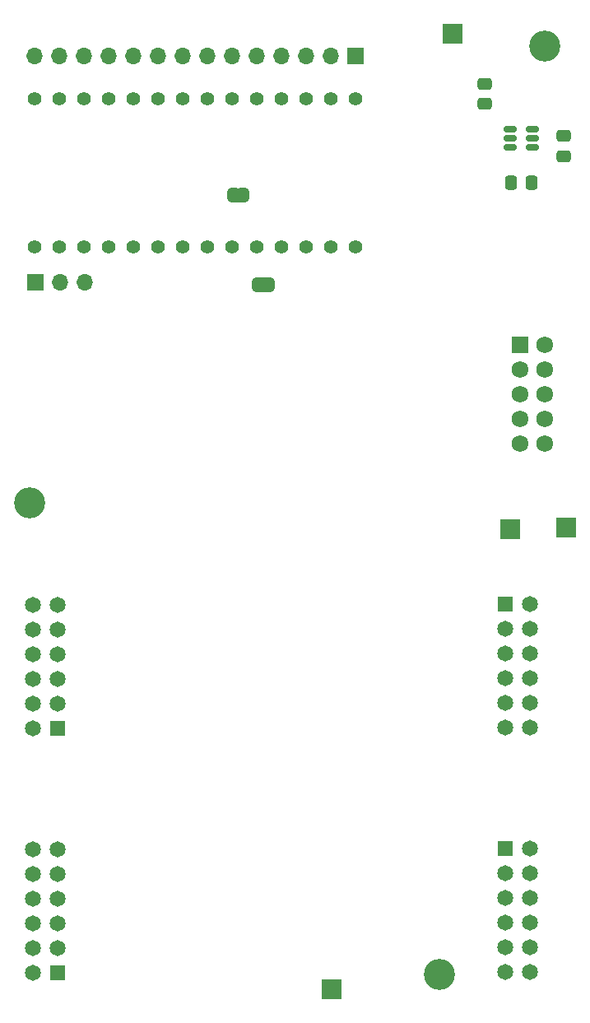
<source format=gbr>
%TF.GenerationSoftware,KiCad,Pcbnew,9.0.0*%
%TF.CreationDate,2025-03-26T11:44:13+11:00*%
%TF.ProjectId,tlv320aic3104 audio rev K twist,746c7633-3230-4616-9963-333130342061,Rev F*%
%TF.SameCoordinates,Original*%
%TF.FileFunction,Soldermask,Bot*%
%TF.FilePolarity,Negative*%
%FSLAX46Y46*%
G04 Gerber Fmt 4.6, Leading zero omitted, Abs format (unit mm)*
G04 Created by KiCad (PCBNEW 9.0.0) date 2025-03-26 11:44:13*
%MOMM*%
%LPD*%
G01*
G04 APERTURE LIST*
G04 Aperture macros list*
%AMRoundRect*
0 Rectangle with rounded corners*
0 $1 Rounding radius*
0 $2 $3 $4 $5 $6 $7 $8 $9 X,Y pos of 4 corners*
0 Add a 4 corners polygon primitive as box body*
4,1,4,$2,$3,$4,$5,$6,$7,$8,$9,$2,$3,0*
0 Add four circle primitives for the rounded corners*
1,1,$1+$1,$2,$3*
1,1,$1+$1,$4,$5*
1,1,$1+$1,$6,$7*
1,1,$1+$1,$8,$9*
0 Add four rect primitives between the rounded corners*
20,1,$1+$1,$2,$3,$4,$5,0*
20,1,$1+$1,$4,$5,$6,$7,0*
20,1,$1+$1,$6,$7,$8,$9,0*
20,1,$1+$1,$8,$9,$2,$3,0*%
%AMFreePoly0*
4,1,23,0.500000,-0.750000,0.000000,-0.750000,0.000000,-0.745722,-0.065263,-0.745722,-0.191342,-0.711940,-0.304381,-0.646677,-0.396677,-0.554381,-0.461940,-0.441342,-0.495722,-0.315263,-0.495722,-0.250000,-0.500000,-0.250000,-0.500000,0.250000,-0.495722,0.250000,-0.495722,0.315263,-0.461940,0.441342,-0.396677,0.554381,-0.304381,0.646677,-0.191342,0.711940,-0.065263,0.745722,0.000000,0.745722,
0.000000,0.750000,0.500000,0.750000,0.500000,-0.750000,0.500000,-0.750000,$1*%
%AMFreePoly1*
4,1,23,0.000000,0.745722,0.065263,0.745722,0.191342,0.711940,0.304381,0.646677,0.396677,0.554381,0.461940,0.441342,0.495722,0.315263,0.495722,0.250000,0.500000,0.250000,0.500000,-0.250000,0.495722,-0.250000,0.495722,-0.315263,0.461940,-0.441342,0.396677,-0.554381,0.304381,-0.646677,0.191342,-0.711940,0.065263,-0.745722,0.000000,-0.745722,0.000000,-0.750000,-0.500000,-0.750000,
-0.500000,0.750000,0.000000,0.750000,0.000000,0.745722,0.000000,0.745722,$1*%
G04 Aperture macros list end*
%ADD10R,2.000000X2.000000*%
%ADD11R,1.700000X1.700000*%
%ADD12O,1.700000X1.700000*%
%ADD13C,3.200000*%
%ADD14R,1.725000X1.725000*%
%ADD15C,1.725000*%
%ADD16R,1.650000X1.650000*%
%ADD17C,1.650000*%
%ADD18C,1.409600*%
%ADD19FreePoly0,180.000000*%
%ADD20FreePoly1,180.000000*%
%ADD21RoundRect,0.250000X0.337500X0.475000X-0.337500X0.475000X-0.337500X-0.475000X0.337500X-0.475000X0*%
%ADD22RoundRect,0.150000X-0.512500X-0.150000X0.512500X-0.150000X0.512500X0.150000X-0.512500X0.150000X0*%
%ADD23RoundRect,0.250000X-0.475000X0.337500X-0.475000X-0.337500X0.475000X-0.337500X0.475000X0.337500X0*%
G04 APERTURE END LIST*
%TO.C,JP3*%
G36*
X28775800Y-26859800D02*
G01*
X28475800Y-26859800D01*
X28475800Y-28359800D01*
X28775800Y-28359800D01*
X28775800Y-26859800D01*
G37*
%TO.C,JP2*%
G36*
X26210400Y-17665000D02*
G01*
X25910400Y-17665000D01*
X25910400Y-19165000D01*
X26210400Y-19165000D01*
X26210400Y-17665000D01*
G37*
%TD*%
D10*
%TO.C,TP3*%
X48056800Y-1803400D03*
%TD*%
%TO.C,TP1*%
X54051200Y-52781200D03*
%TD*%
D11*
%TO.C,J1*%
X5130800Y-27330400D03*
D12*
X7670800Y-27330400D03*
X10210800Y-27330400D03*
%TD*%
D10*
%TO.C,TP4*%
X35610800Y-100050600D03*
%TD*%
D13*
%TO.C,H3*%
X4572000Y-50052200D03*
%TD*%
D14*
%TO.C,POWER1*%
X55000000Y-33756600D03*
D15*
X57540000Y-33756600D03*
X55000000Y-36296600D03*
X57540000Y-36296600D03*
X55000000Y-38836600D03*
X57540000Y-38836600D03*
X55000000Y-41376600D03*
X57540000Y-41376600D03*
X55000000Y-43916600D03*
X57540000Y-43916600D03*
%TD*%
D13*
%TO.C,H2*%
X57607200Y-3073400D03*
%TD*%
D16*
%TO.C,J6*%
X53476000Y-85648800D03*
D17*
X56016000Y-85648800D03*
X53476000Y-88188800D03*
X56016000Y-88188800D03*
X53476000Y-90728800D03*
X56016000Y-90728800D03*
X53476000Y-93268800D03*
X56016000Y-93268800D03*
X53476000Y-95808800D03*
X56016000Y-95808800D03*
X53476000Y-98348800D03*
X56016000Y-98348800D03*
%TD*%
D10*
%TO.C,TP2*%
X59817000Y-52628800D03*
%TD*%
D16*
%TO.C,J5*%
X7467600Y-98374200D03*
D17*
X4927600Y-98374200D03*
X7467600Y-95834200D03*
X4927600Y-95834200D03*
X7467600Y-93294200D03*
X4927600Y-93294200D03*
X7467600Y-90754200D03*
X4927600Y-90754200D03*
X7467600Y-88214200D03*
X4927600Y-88214200D03*
X7467600Y-85674200D03*
X4927600Y-85674200D03*
%TD*%
D16*
%TO.C,J7*%
X7467600Y-73279000D03*
D17*
X4927600Y-73279000D03*
X7467600Y-70739000D03*
X4927600Y-70739000D03*
X7467600Y-68199000D03*
X4927600Y-68199000D03*
X7467600Y-65659000D03*
X4927600Y-65659000D03*
X7467600Y-63119000D03*
X4927600Y-63119000D03*
X7467600Y-60579000D03*
X4927600Y-60579000D03*
%TD*%
D13*
%TO.C,H1*%
X46761400Y-98552200D03*
%TD*%
D18*
%TO.C,MC1*%
X10185400Y-8509000D03*
X7645400Y-8509000D03*
X7645400Y-23749000D03*
X10185400Y-23749000D03*
X12725400Y-23749000D03*
X15265400Y-23749000D03*
X17805400Y-23749000D03*
X20345400Y-23749000D03*
X22885400Y-23749000D03*
X25425400Y-23749000D03*
X27965400Y-23749000D03*
X30505400Y-23749000D03*
X33045400Y-23749000D03*
X35585400Y-23749000D03*
X38125400Y-23749000D03*
X38125400Y-8509000D03*
X35585400Y-8509000D03*
X33045400Y-8509000D03*
X30505400Y-8509000D03*
X27965400Y-8509000D03*
X25425400Y-8509000D03*
X22885400Y-8509000D03*
X20345400Y-8509000D03*
X17805400Y-8509000D03*
X15265400Y-8509000D03*
X12725400Y-8509000D03*
X5105400Y-23749000D03*
X5105400Y-8509000D03*
%TD*%
D16*
%TO.C,J8*%
X53476000Y-60502800D03*
D17*
X56016000Y-60502800D03*
X53476000Y-63042800D03*
X56016000Y-63042800D03*
X53476000Y-65582800D03*
X56016000Y-65582800D03*
X53476000Y-68122800D03*
X56016000Y-68122800D03*
X53476000Y-70662800D03*
X56016000Y-70662800D03*
X53476000Y-73202800D03*
X56016000Y-73202800D03*
%TD*%
D11*
%TO.C,J2*%
X38125400Y-4038600D03*
D12*
X35585400Y-4038600D03*
X33045400Y-4038600D03*
X30505400Y-4038600D03*
X27965400Y-4038600D03*
X25425400Y-4038600D03*
X22885400Y-4038600D03*
X20345400Y-4038600D03*
X17805400Y-4038600D03*
X15265400Y-4038600D03*
X12725400Y-4038600D03*
X10185400Y-4038600D03*
X7645400Y-4038600D03*
X5105400Y-4038600D03*
%TD*%
D19*
%TO.C,JP3*%
X29275800Y-27609800D03*
D20*
X27975800Y-27609800D03*
%TD*%
D21*
%TO.C,C11*%
X56206300Y-17094200D03*
X54131300Y-17094200D03*
%TD*%
D22*
%TO.C,U3*%
X54056700Y-13497600D03*
X54056700Y-12547600D03*
X54056700Y-11597600D03*
X56331700Y-11597600D03*
X56331700Y-12547600D03*
X56331700Y-13497600D03*
%TD*%
D23*
%TO.C,C12*%
X59537600Y-12322900D03*
X59537600Y-14397900D03*
%TD*%
%TO.C,C13*%
X51358800Y-6938100D03*
X51358800Y-9013100D03*
%TD*%
D19*
%TO.C,JP2*%
X26710400Y-18415000D03*
D20*
X25410400Y-18415000D03*
%TD*%
M02*

</source>
